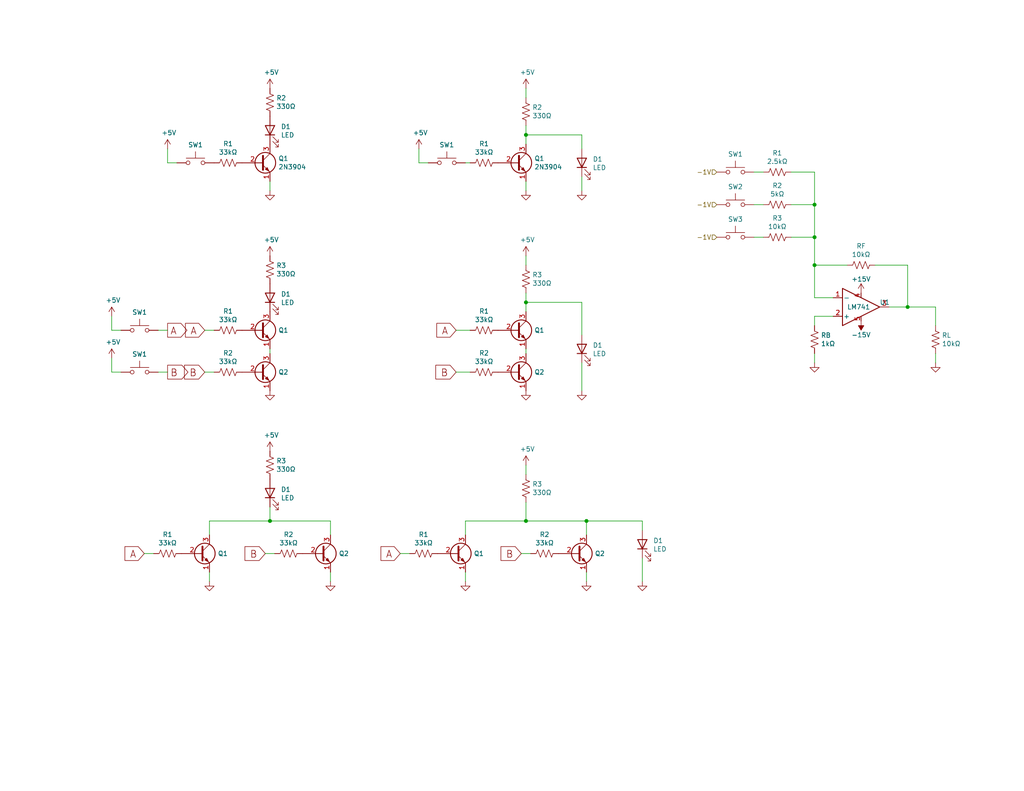
<source format=kicad_sch>
(kicad_sch (version 20211123) (generator eeschema)
  (paper "A")
  (lib_symbols
    (symbol "S2020-rescue:+15V-power" (power) (pin_names (offset 0))
      (property "Value" "+15V-power" (at 0 3.556 0))
      (symbol "+15V-power_1_1"
        (pin power_in line (at 0 0 90) (length 0) hide (name "+15V") (number "1"))
      )
    )
    (symbol "S2020-rescue:+5V-power" (power) (pin_names (offset 0))
      (property "Value" "+5V-power" (at 0 3.556 0))
      (symbol "+5V-power_1_1"
        (pin power_in line (at 0 0 90) (length 0) hide (name "+5V") (number "1"))
      )
    )
    (symbol "S2020-rescue:-15V-power" (power) (pin_names (offset 0))
      (property "Value" "-15V-power" (at 0 3.81 0))
      (symbol "-15V-power_0_0"
        (pin power_in line (at 0 0 90) (length 0) hide (name "-15V") (number "1"))
      )
    )
    (symbol "S2020-rescue:2N3904-Transistor_BJT" (pin_names (offset 0) hide)
      (property "Reference" "Q" (at 5.08 1.905 0))
      (property "Value" "2N3904-Transistor_BJT" (at 5.08 0 0))
      (symbol "2N3904-Transistor_BJT_1_1"
        (pin passive line (at 2.54 -5.08 90) (length 2.54) (name "E") (number "1"))
        (pin passive line (at -5.08 0 0) (length 5.715) (name "B") (number "2"))
        (pin passive line (at 2.54 5.08 270) (length 2.54) (name "C") (number "3"))
      )
    )
    (symbol "S2020-rescue:7400-74xx" (pin_names (offset 1.016))
      (property "Reference" "U" (at 0 1.27 0))
      (property "Value" "7400-74xx" (at 0 -1.27 0))
      (symbol "7400-74xx_1_1"
        (pin input line (at -7.62 2.54 0) (length 3.81) (name "~") (number "1"))
        (pin input line (at -7.62 -2.54 0) (length 3.81) (name "~") (number "2"))
        (pin output inverted (at 7.62 0 180) (length 3.81) (name "~") (number "3"))
      )
      (symbol "7400-74xx_1_2"
        (pin input inverted (at -7.62 2.54 0) (length 4.318) (name "~") (number "1"))
        (pin input inverted (at -7.62 -2.54 0) (length 4.318) (name "~") (number "2"))
        (pin output line (at 7.62 0 180) (length 3.81) (name "~") (number "3"))
      )
      (symbol "7400-74xx_2_1"
        (pin input line (at -7.62 2.54 0) (length 3.81) (name "~") (number "4"))
        (pin input line (at -7.62 -2.54 0) (length 3.81) (name "~") (number "5"))
        (pin output inverted (at 7.62 0 180) (length 3.81) (name "~") (number "6"))
      )
      (symbol "7400-74xx_2_2"
        (pin input inverted (at -7.62 2.54 0) (length 4.318) (name "~") (number "4"))
        (pin input inverted (at -7.62 -2.54 0) (length 4.318) (name "~") (number "5"))
        (pin output line (at 7.62 0 180) (length 3.81) (name "~") (number "6"))
      )
      (symbol "7400-74xx_3_1"
        (pin input line (at -7.62 -2.54 0) (length 3.81) (name "~") (number "10"))
        (pin output inverted (at 7.62 0 180) (length 3.81) (name "~") (number "8"))
        (pin input line (at -7.62 2.54 0) (length 3.81) (name "~") (number "9"))
      )
      (symbol "7400-74xx_3_2"
        (pin input inverted (at -7.62 -2.54 0) (length 4.318) (name "~") (number "10"))
        (pin output line (at 7.62 0 180) (length 3.81) (name "~") (number "8"))
        (pin input inverted (at -7.62 2.54 0) (length 4.318) (name "~") (number "9"))
      )
      (symbol "7400-74xx_4_1"
        (pin output inverted (at 7.62 0 180) (length 3.81) (name "~") (number "11"))
        (pin input line (at -7.62 2.54 0) (length 3.81) (name "~") (number "12"))
        (pin input line (at -7.62 -2.54 0) (length 3.81) (name "~") (number "13"))
      )
      (symbol "7400-74xx_4_2"
        (pin output line (at 7.62 0 180) (length 3.81) (name "~") (number "11"))
        (pin input inverted (at -7.62 2.54 0) (length 4.318) (name "~") (number "12"))
        (pin input inverted (at -7.62 -2.54 0) (length 4.318) (name "~") (number "13"))
      )
      (symbol "7400-74xx_5_0"
        (pin power_in line (at 0 12.7 270) (length 5.08) (name "VCC") (number "14"))
        (pin power_in line (at 0 -12.7 90) (length 5.08) (name "GND") (number "7"))
      )
    )
    (symbol "S2020-rescue:7402-74xx" (pin_names (offset 1.016))
      (property "Reference" "U" (at 0 1.27 0))
      (property "Value" "7402-74xx" (at 0 -1.27 0))
      (symbol "7402-74xx_1_1"
        (pin output inverted (at 7.62 0 180) (length 3.81) (name "~") (number "1"))
        (pin input line (at -7.62 2.54 0) (length 4.318) (name "~") (number "2"))
        (pin input line (at -7.62 -2.54 0) (length 4.318) (name "~") (number "3"))
      )
      (symbol "7402-74xx_1_2"
        (pin output line (at 7.62 0 180) (length 3.81) (name "~") (number "1"))
        (pin input inverted (at -7.62 2.54 0) (length 3.81) (name "~") (number "2"))
        (pin input inverted (at -7.62 -2.54 0) (length 3.81) (name "~") (number "3"))
      )
      (symbol "7402-74xx_2_1"
        (pin output inverted (at 7.62 0 180) (length 3.81) (name "~") (number "4"))
        (pin input line (at -7.62 2.54 0) (length 4.318) (name "~") (number "5"))
        (pin input line (at -7.62 -2.54 0) (length 4.318) (name "~") (number "6"))
      )
      (symbol "7402-74xx_2_2"
        (pin output line (at 7.62 0 180) (length 3.81) (name "~") (number "4"))
        (pin input inverted (at -7.62 2.54 0) (length 3.81) (name "~") (number "5"))
        (pin input inverted (at -7.62 -2.54 0) (length 3.81) (name "~") (number "6"))
      )
      (symbol "7402-74xx_3_1"
        (pin output inverted (at 7.62 0 180) (length 3.81) (name "~") (number "10"))
        (pin input line (at -7.62 2.54 0) (length 4.318) (name "~") (number "8"))
        (pin input line (at -7.62 -2.54 0) (length 4.318) (name "~") (number "9"))
      )
      (symbol "7402-74xx_3_2"
        (pin output line (at 7.62 0 180) (length 3.81) (name "~") (number "10"))
        (pin input inverted (at -7.62 2.54 0) (length 3.81) (name "~") (number "8"))
        (pin input inverted (at -7.62 -2.54 0) (length 3.81) (name "~") (number "9"))
      )
      (symbol "7402-74xx_4_1"
        (pin input line (at -7.62 2.54 0) (length 4.318) (name "~") (number "11"))
        (pin input line (at -7.62 -2.54 0) (length 4.318) (name "~") (number "12"))
        (pin output inverted (at 7.62 0 180) (length 3.81) (name "~") (number "13"))
      )
      (symbol "7402-74xx_4_2"
        (pin input inverted (at -7.62 2.54 0) (length 3.81) (name "~") (number "11"))
        (pin input inverted (at -7.62 -2.54 0) (length 3.81) (name "~") (number "12"))
        (pin output line (at 7.62 0 180) (length 3.81) (name "~") (number "13"))
      )
      (symbol "7402-74xx_5_0"
        (pin power_in line (at 0 12.7 270) (length 5.08) (name "VCC") (number "14"))
        (pin power_in line (at 0 -12.7 90) (length 5.08) (name "GND") (number "7"))
      )
    )
    (symbol "S2020-rescue:74LS04-74xx"
      (property "Reference" "U" (at 0 1.27 0))
      (property "Value" "74LS04-74xx" (at 0 -1.27 0))
      (symbol "74LS04-74xx_1_0"
        (pin input line (at -7.62 0 0) (length 3.81) (name "~") (number "1"))
        (pin output inverted (at 7.62 0 180) (length 3.81) (name "~") (number "2"))
      )
      (symbol "74LS04-74xx_2_0"
        (pin input line (at -7.62 0 0) (length 3.81) (name "~") (number "3"))
        (pin output inverted (at 7.62 0 180) (length 3.81) (name "~") (number "4"))
      )
      (symbol "74LS04-74xx_3_0"
        (pin input line (at -7.62 0 0) (length 3.81) (name "~") (number "5"))
        (pin output inverted (at 7.62 0 180) (length 3.81) (name "~") (number "6"))
      )
      (symbol "74LS04-74xx_4_0"
        (pin output inverted (at 7.62 0 180) (length 3.81) (name "~") (number "8"))
        (pin input line (at -7.62 0 0) (length 3.81) (name "~") (number "9"))
      )
      (symbol "74LS04-74xx_5_0"
        (pin output inverted (at 7.62 0 180) (length 3.81) (name "~") (number "10"))
        (pin input line (at -7.62 0 0) (length 3.81) (name "~") (number "11"))
      )
      (symbol "74LS04-74xx_6_0"
        (pin output inverted (at 7.62 0 180) (length 3.81) (name "~") (number "12"))
        (pin input line (at -7.62 0 0) (length 3.81) (name "~") (number "13"))
      )
      (symbol "74LS04-74xx_7_0"
        (pin power_in line (at 0 12.7 270) (length 5.08) (name "VCC") (number "14"))
        (pin power_in line (at 0 -12.7 90) (length 5.08) (name "GND") (number "7"))
      )
    )
    (symbol "S2020-rescue:74LS07-74xx" (pin_names (offset 1.016))
      (property "Reference" "U" (at 0 1.27 0))
      (property "Value" "74LS07-74xx" (at 0 -1.27 0))
      (symbol "74LS07-74xx_1_0"
        (pin input line (at -7.62 0 0) (length 3.81) (name "~") (number "1"))
        (pin open_collector line (at 7.62 0 180) (length 3.81) (name "~") (number "2"))
      )
      (symbol "74LS07-74xx_2_0"
        (pin input line (at -7.62 0 0) (length 3.81) (name "~") (number "3"))
        (pin open_collector line (at 7.62 0 180) (length 3.81) (name "~") (number "4"))
      )
      (symbol "74LS07-74xx_3_0"
        (pin input line (at -7.62 0 0) (length 3.81) (name "~") (number "5"))
        (pin open_collector line (at 7.62 0 180) (length 3.81) (name "~") (number "6"))
      )
      (symbol "74LS07-74xx_4_0"
        (pin open_collector line (at 7.62 0 180) (length 3.81) (name "~") (number "8"))
        (pin input line (at -7.62 0 0) (length 3.81) (name "~") (number "9"))
      )
      (symbol "74LS07-74xx_5_0"
        (pin open_collector line (at 7.62 0 180) (length 3.81) (name "~") (number "10"))
        (pin input line (at -7.62 0 0) (length 3.81) (name "~") (number "11"))
      )
      (symbol "74LS07-74xx_6_0"
        (pin open_collector line (at 7.62 0 180) (length 3.81) (name "~") (number "12"))
        (pin input line (at -7.62 0 0) (length 3.81) (name "~") (number "13"))
      )
      (symbol "74LS07-74xx_7_0"
        (pin power_in line (at 0 12.7 270) (length 5.08) (name "VCC") (number "14"))
        (pin power_in line (at 0 -12.7 90) (length 5.08) (name "GND") (number "7"))
      )
    )
    (symbol "S2020-rescue:74LS08-74xx" (pin_names (offset 1.016))
      (property "Reference" "U" (at 0 1.27 0))
      (property "Value" "74LS08-74xx" (at 0 -1.27 0))
      (symbol "74LS08-74xx_1_1"
        (pin input line (at -7.62 2.54 0) (length 3.81) (name "~") (number "1"))
        (pin input line (at -7.62 -2.54 0) (length 3.81) (name "~") (number "2"))
        (pin output line (at 7.62 0 180) (length 3.81) (name "~") (number "3"))
      )
      (symbol "74LS08-74xx_1_2"
        (pin input inverted (at -7.62 2.54 0) (length 4.318) (name "~") (number "1"))
        (pin input inverted (at -7.62 -2.54 0) (length 4.318) (name "~") (number "2"))
        (pin output inverted (at 7.62 0 180) (length 3.81) (name "~") (number "3"))
      )
      (symbol "74LS08-74xx_2_1"
        (pin input line (at -7.62 2.54 0) (length 3.81) (name "~") (number "4"))
        (pin input line (at -7.62 -2.54 0) (length 3.81) (name "~") (number "5"))
        (pin output line (at 7.62 0 180) (length 3.81) (name "~") (number "6"))
      )
      (symbol "74LS08-74xx_2_2"
        (pin input inverted (at -7.62 2.54 0) (length 4.318) (name "~") (number "4"))
        (pin input inverted (at -7.62 -2.54 0) (length 4.318) (name "~") (number "5"))
        (pin output inverted (at 7.62 0 180) (length 3.81) (name "~") (number "6"))
      )
      (symbol "74LS08-74xx_3_1"
        (pin input line (at -7.62 -2.54 0) (length 3.81) (name "~") (number "10"))
        (pin output line (at 7.62 0 180) (length 3.81) (name "~") (number "8"))
        (pin input line (at -7.62 2.54 0) (length 3.81) (name "~") (number "9"))
      )
      (symbol "74LS08-74xx_3_2"
        (pin input inverted (at -7.62 -2.54 0) (length 4.318) (name "~") (number "10"))
        (pin output inverted (at 7.62 0 180) (length 3.81) (name "~") (number "8"))
        (pin input inverted (at -7.62 2.54 0) (length 4.318) (name "~") (number "9"))
      )
      (symbol "74LS08-74xx_4_1"
        (pin output line (at 7.62 0 180) (length 3.81) (name "~") (number "11"))
        (pin input line (at -7.62 2.54 0) (length 3.81) (name "~") (number "12"))
        (pin input line (at -7.62 -2.54 0) (length 3.81) (name "~") (number "13"))
      )
      (symbol "74LS08-74xx_4_2"
        (pin output inverted (at 7.62 0 180) (length 3.81) (name "~") (number "11"))
        (pin input inverted (at -7.62 2.54 0) (length 4.318) (name "~") (number "12"))
        (pin input inverted (at -7.62 -2.54 0) (length 4.318) (name "~") (number "13"))
      )
      (symbol "74LS08-74xx_5_0"
        (pin power_in line (at 0 12.7 270) (length 5.08) (name "VCC") (number "14"))
        (pin power_in line (at 0 -12.7 90) (length 5.08) (name "GND") (number "7"))
      )
    )
    (symbol "S2020-rescue:74LS32-74xx" (pin_names (offset 1.016))
      (property "Reference" "U" (at 0 1.27 0))
      (property "Value" "74LS32-74xx" (at 0 -1.27 0))
      (symbol "74LS32-74xx_1_1"
        (pin input line (at -7.62 2.54 0) (length 4.318) (name "~") (number "1"))
        (pin input line (at -7.62 -2.54 0) (length 4.318) (name "~") (number "2"))
        (pin output line (at 7.62 0 180) (length 3.81) (name "~") (number "3"))
      )
      (symbol "74LS32-74xx_1_2"
        (pin input inverted (at -7.62 2.54 0) (length 3.81) (name "~") (number "1"))
        (pin input inverted (at -7.62 -2.54 0) (length 3.81) (name "~") (number "2"))
        (pin output inverted (at 7.62 0 180) (length 3.81) (name "~") (number "3"))
      )
      (symbol "74LS32-74xx_2_1"
        (pin input line (at -7.62 2.54 0) (length 4.318) (name "~") (number "4"))
        (pin input line (at -7.62 -2.54 0) (length 4.318) (name "~") (number "5"))
        (pin output line (at 7.62 0 180) (length 3.81) (name "~") (number "6"))
      )
      (symbol "74LS32-74xx_2_2"
        (pin input inverted (at -7.62 2.54 0) (length 3.81) (name "~") (number "4"))
        (pin input inverted (at -7.62 -2.54 0) (length 3.81) (name "~") (number "5"))
        (pin output inverted (at 7.62 0 180) (length 3.81) (name "~") (number "6"))
      )
      (symbol "74LS32-74xx_3_1"
        (pin input line (at -7.62 -2.54 0) (length 4.318) (name "~") (number "10"))
        (pin output line (at 7.62 0 180) (length 3.81) (name "~") (number "8"))
        (pin input line (at -7.62 2.54 0) (length 4.318) (name "~") (number "9"))
      )
      (symbol "74LS32-74xx_3_2"
        (pin input inverted (at -7.62 -2.54 0) (length 3.81) (name "~") (number "10"))
        (pin output inverted (at 7.62 0 180) (length 3.81) (name "~") (number "8"))
        (pin input inverted (at -7.62 2.54 0) (length 3.81) (name "~") (number "9"))
      )
      (symbol "74LS32-74xx_4_1"
        (pin output line (at 7.62 0 180) (length 3.81) (name "~") (number "11"))
        (pin input line (at -7.62 2.54 0) (length 4.318) (name "~") (number "12"))
        (pin input line (at -7.62 -2.54 0) (length 4.318) (name "~") (number "13"))
      )
      (symbol "74LS32-74xx_4_2"
        (pin output inverted (at 7.62 0 180) (length 3.81) (name "~") (number "11"))
        (pin input inverted (at -7.62 2.54 0) (length 3.81) (name "~") (number "12"))
        (pin input inverted (at -7.62 -2.54 0) (length 3.81) (name "~") (number "13"))
      )
      (symbol "74LS32-74xx_5_0"
        (pin power_in line (at 0 12.7 270) (length 5.08) (name "VCC") (number "14"))
        (pin power_in line (at 0 -12.7 90) (length 5.08) (name "GND") (number "7"))
      )
    )
    (symbol "S2020-rescue:GND-power" (power) (pin_names (offset 0))
      (property "Value" "GND-power" (at 0 -3.81 0))
      (symbol "GND-power_1_1"
        (pin power_in line (at 0 0 270) (length 0) hide (name "GND") (number "1"))
      )
    )
    (symbol "S2020-rescue:LED-Device" (pin_numbers hide) (pin_names (offset 1.016) hide)
      (property "Reference" "D" (at 0 2.54 0))
      (property "Value" "LED-Device" (at 0 -2.54 0))
      (symbol "LED-Device_1_1"
        (pin passive line (at -3.81 0 0) (length 2.54) (name "K") (number "1"))
        (pin passive line (at 3.81 0 180) (length 2.54) (name "A") (number "2"))
      )
    )
    (symbol "S2020-rescue:OPAMPTJR-00TJR" (pin_names (offset 0.254))
      (property "Reference" "U" (at 3.81 3.175 0))
      (property "Value" "OPAMPTJR-00TJR" (at 3.81 -3.175 0))
      (symbol "OPAMPTJR-00TJR_1_1"
        (pin input line (at -7.62 2.54 0) (length 2.54) (name "-") (number "1"))
        (pin input line (at -7.62 -2.54 0) (length 2.54) (name "+") (number "2"))
        (pin output line (at 7.62 0 180) (length 2.54) (name "~") (number "3"))
        (pin power_in line (at 0 3.81 270) (length 1.2446) (name "V+") (number "4"))
        (pin power_in line (at 0 -3.81 90) (length 1.2446) (name "V-") (number "5"))
      )
    )
    (symbol "S2020-rescue:R_POT_US-Device" (pin_names (offset 1.016) hide)
      (property "Reference" "RV" (at -4.445 0 90))
      (property "Value" "R_POT_US-Device" (at -2.54 0 90))
      (symbol "R_POT_US-Device_1_1"
        (pin passive line (at 0 3.81 270) (length 1.27) (name "1") (number "1"))
        (pin passive line (at 3.81 0 180) (length 1.27) (name "2") (number "2"))
        (pin passive line (at 0 -3.81 90) (length 1.27) (name "3") (number "3"))
      )
    )
    (symbol "S2020-rescue:R_US-Device" (pin_numbers hide) (pin_names (offset 0))
      (property "Reference" "R" (at 2.54 0 90))
      (property "Value" "R_US-Device" (at -2.54 0 90))
      (symbol "R_US-Device_1_1"
        (pin passive line (at 0 3.81 270) (length 1.27) (name "~") (number "1"))
        (pin passive line (at 0 -3.81 90) (length 1.27) (name "~") (number "2"))
      )
    )
    (symbol "S2020-rescue:SW_Push-Switch" (pin_numbers hide) (pin_names (offset 1.016) hide)
      (property "Reference" "SW" (at 1.27 2.54 0))
      (property "Value" "SW_Push-Switch" (at 0 -1.524 0))
      (symbol "SW_Push-Switch_0_1"
        (pin passive line (at -5.08 0 0) (length 2.54) (name "1") (number "1"))
        (pin passive line (at 5.08 0 180) (length 2.54) (name "2") (number "2"))
      )
    )
  )
  (junction (at 346.71 173.99))
  (junction (at 222.25 55.88))
  (junction (at 222.25 72.39))
  (junction (at 143.51 142.24))
  (junction (at 160.02 142.24))
  (junction (at 143.51 36.83))
  (junction (at 318.77 87.63))
  (junction (at 247.65 83.82))
  (junction (at 222.25 64.77))
  (junction (at 307.34 92.71))
  (junction (at 368.3 71.12))
  (junction (at 143.51 82.55))
  (junction (at 308.61 161.29))
  (junction (at 351.79 87.63))
  (junction (at 73.66 142.24))
  (wire (pts (xy 127 142.24) (xy 143.51 142.24)))
  (wire (pts (xy 215.9 46.99) (xy 222.25 46.99)))
  (wire (pts (xy 73.66 95.25) (xy 73.66 96.52)))
  (wire (pts (xy 318.77 97.79) (xy 318.77 115.57)))
  (wire (pts (xy 143.51 127) (xy 143.51 129.54)))
  (wire (pts (xy 222.25 64.77) (xy 222.25 72.39)))
  (wire (pts (xy 215.9 55.88) (xy 222.25 55.88)))
  (wire (pts (xy 30.48 90.17) (xy 33.02 90.17)))
  (wire (pts (xy 308.61 151.13) (xy 308.61 152.4)))
  (wire (pts (xy -29.21 111.76) (xy -26.67 111.76)))
  (wire (pts (xy 158.75 48.26) (xy 158.75 52.07)))
  (wire (pts (xy 143.51 49.53) (xy 143.51 52.07)))
  (wire (pts (xy 222.25 72.39) (xy 222.25 81.28)))
  (wire (pts (xy 128.27 44.45) (xy 127 44.45)))
  (wire (pts (xy 57.15 156.21) (xy 57.15 158.75)))
  (wire (pts (xy 143.51 137.16) (xy 143.51 142.24)))
  (wire (pts (xy 45.72 44.45) (xy 48.26 44.45)))
  (wire (pts (xy 346.71 173.99) (xy 355.6 173.99)))
  (wire (pts (xy 90.17 156.21) (xy 90.17 158.75)))
  (wire (pts (xy 73.66 142.24) (xy 90.17 142.24)))
  (wire (pts (xy -29.21 123.19) (xy -26.67 123.19)))
  (wire (pts (xy 158.75 82.55) (xy 158.75 91.44)))
  (wire (pts (xy 247.65 72.39) (xy 238.76 72.39)))
  (wire (pts (xy 39.37 151.13) (xy 41.91 151.13)))
  (wire (pts (xy 312.42 187.96) (xy 316.23 187.96)))
  (wire (pts (xy 242.57 83.82) (xy 247.65 83.82)))
  (wire (pts (xy 73.66 49.53) (xy 73.66 52.07)))
  (wire (pts (xy 144.78 151.13) (xy 142.24 151.13)))
  (wire (pts (xy 160.02 142.24) (xy 175.26 142.24)))
  (wire (pts (xy 384.81 87.63) (xy 351.79 87.63)))
  (wire (pts (xy 30.48 101.6) (xy 33.02 101.6)))
  (wire (pts (xy 255.27 83.82) (xy 247.65 83.82)))
  (wire (pts (xy -45.72 95.25) (xy -48.26 95.25)))
  (wire (pts (xy 160.02 142.24) (xy 160.02 146.05)))
  (wire (pts (xy 143.51 69.85) (xy 143.51 72.39)))
  (wire (pts (xy -30.48 95.25) (xy -27.94 95.25)))
  (wire (pts (xy 57.15 142.24) (xy 57.15 146.05)))
  (wire (pts (xy 222.25 55.88) (xy 222.25 64.77)))
  (wire (pts (xy -44.45 153.67) (xy -48.26 153.67)))
  (wire (pts (xy -48.26 120.65) (xy -44.45 120.65)))
  (wire (pts (xy 369.57 80.01) (xy 367.03 80.01)))
  (wire (pts (xy 175.26 152.4) (xy 175.26 158.75)))
  (wire (pts (xy -44.45 138.43) (xy -48.26 138.43)))
  (wire (pts (xy 316.23 176.53) (xy 318.77 176.53)))
  (wire (pts (xy 308.61 191.77) (xy 308.61 193.04)))
  (wire (pts (xy 143.51 142.24) (xy 160.02 142.24)))
  (wire (pts (xy 334.01 173.99) (xy 335.28 173.99)))
  (wire (pts (xy 215.9 64.77) (xy 222.25 64.77)))
  (wire (pts (xy 355.6 185.42) (xy 355.6 187.96)))
  (wire (pts (xy 351.79 71.12) (xy 351.79 74.93)))
  (wire (pts (xy 307.34 104.14) (xy 307.34 105.41)))
  (wire (pts (xy 143.51 82.55) (xy 143.51 85.09)))
  (wire (pts (xy 368.3 67.31) (xy 368.3 71.12)))
  (wire (pts (xy 351.79 85.09) (xy 351.79 87.63)))
  (wire (pts (xy 318.77 87.63) (xy 351.79 87.63)))
  (wire (pts (xy -48.26 125.73) (xy -44.45 125.73)))
  (wire (pts (xy 307.34 92.71) (xy 311.15 92.71)))
  (wire (pts (xy 288.29 110.49) (xy 292.1 110.49)))
  (wire (pts (xy -48.26 114.3) (xy -44.45 114.3)))
  (wire (pts (xy 334.01 80.01) (xy 336.55 80.01)))
  (wire (pts (xy 30.48 86.36) (xy 30.48 90.17)))
  (wire (pts (xy 57.15 142.24) (xy 73.66 142.24)))
  (wire (pts (xy 351.79 71.12) (xy 368.3 71.12)))
  (wire (pts (xy -45.72 82.55) (xy -48.26 82.55)))
  (wire (pts (xy 307.34 92.71) (xy 307.34 93.98)))
  (wire (pts (xy 109.22 151.13) (xy 111.76 151.13)))
  (wire (pts (xy 90.17 142.24) (xy 90.17 146.05)))
  (wire (pts (xy 355.6 173.99) (xy 355.6 177.8)))
  (wire (pts (xy 222.25 96.52) (xy 222.25 99.06)))
  (wire (pts (xy 30.48 97.79) (xy 30.48 101.6)))
  (wire (pts (xy 127 156.21) (xy 127 158.75)))
  (wire (pts (xy 45.72 40.64) (xy 45.72 44.45)))
  (wire (pts (xy -29.21 135.89) (xy -26.67 135.89)))
  (wire (pts (xy 222.25 46.99) (xy 222.25 55.88)))
  (wire (pts (xy 143.51 24.13) (xy 143.51 26.67)))
  (wire (pts (xy 227.33 86.36) (xy 222.25 86.36)))
  (wire (pts (xy 384.81 71.12) (xy 384.81 74.93)))
  (wire (pts (xy 255.27 96.52) (xy 255.27 99.06)))
  (wire (pts (xy 318.77 86.36) (xy 318.77 87.63)))
  (wire (pts (xy 205.74 46.99) (xy 208.28 46.99)))
  (wire (pts (xy 158.75 36.83) (xy 158.75 40.64)))
  (wire (pts (xy 288.29 99.06) (xy 292.1 99.06)))
  (wire (pts (xy 43.18 101.6) (xy 45.72 101.6)))
  (wire (pts (xy 143.51 36.83) (xy 158.75 36.83)))
  (wire (pts (xy -30.48 82.55) (xy -27.94 82.55)))
  (wire (pts (xy 124.46 101.6) (xy 128.27 101.6)))
  (wire (pts (xy 55.88 101.6) (xy 58.42 101.6)))
  (wire (pts (xy 255.27 83.82) (xy 255.27 88.9)))
  (wire (pts (xy 143.51 80.01) (xy 143.51 82.55)))
  (wire (pts (xy 143.51 34.29) (xy 143.51 36.83)))
  (wire (pts (xy 316.23 161.29) (xy 316.23 171.45)))
  (wire (pts (xy 346.71 177.8) (xy 346.71 173.99)))
  (wire (pts (xy -29.21 151.13) (xy -26.67 151.13)))
  (wire (pts (xy 316.23 187.96) (xy 316.23 176.53)))
  (wire (pts (xy 247.65 83.82) (xy 247.65 72.39)))
  (wire (pts (xy 308.61 160.02) (xy 308.61 161.29)))
  (wire (pts (xy -48.26 133.35) (xy -44.45 133.35)))
  (wire (pts (xy 316.23 171.45) (xy 318.77 171.45)))
  (wire (pts (xy 175.26 142.24) (xy 175.26 144.78)))
  (wire (pts (xy 74.93 151.13) (xy 72.39 151.13)))
  (wire (pts (xy 342.9 173.99) (xy 346.71 173.99)))
  (wire (pts (xy 346.71 185.42) (xy 346.71 187.96)))
  (wire (pts (xy 307.34 86.36) (xy 307.34 92.71)))
  (wire (pts (xy 231.14 72.39) (xy 222.25 72.39)))
  (wire (pts (xy 205.74 55.88) (xy 208.28 55.88)))
  (wire (pts (xy -48.26 148.59) (xy -44.45 148.59)))
  (wire (pts (xy 143.51 36.83) (xy 143.51 39.37)))
  (wire (pts (xy 308.61 182.88) (xy 308.61 184.15)))
  (wire (pts (xy 127 142.24) (xy 127 146.05)))
  (wire (pts (xy 55.88 90.17) (xy 58.42 90.17)))
  (wire (pts (xy 114.3 40.64) (xy 114.3 44.45)))
  (wire (pts (xy 73.66 138.43) (xy 73.66 142.24)))
  (wire (pts (xy 227.33 81.28) (xy 222.25 81.28)))
  (wire (pts (xy 222.25 86.36) (xy 222.25 88.9)))
  (wire (pts (xy 368.3 71.12) (xy 384.81 71.12)))
  (wire (pts (xy 43.18 90.17) (xy 45.72 90.17)))
  (wire (pts (xy 208.28 64.77) (xy 205.74 64.77)))
  (wire (pts (xy 143.51 95.25) (xy 143.51 96.52)))
  (wire (pts (xy 308.61 170.18) (xy 308.61 171.45)))
  (wire (pts (xy 143.51 82.55) (xy 158.75 82.55)))
  (wire (pts (xy 308.61 161.29) (xy 316.23 161.29)))
  (wire (pts (xy -48.26 109.22) (xy -44.45 109.22)))
  (wire (pts (xy 158.75 99.06) (xy 158.75 106.68)))
  (wire (pts (xy 160.02 156.21) (xy 160.02 158.75)))
  (wire (pts (xy 308.61 161.29) (xy 308.61 162.56)))
  (wire (pts (xy 114.3 44.45) (xy 116.84 44.45)))
  (wire (pts (xy 124.46 90.17) (xy 128.27 90.17)))
  (wire (pts (xy 384.81 85.09) (xy 384.81 87.63)))
  (text "Set" (at 316.9158 171.2722 0) (effects (font (size 1.27 1.27)) (justify left bottom)))
  (text "Sense" (at 315.3664 176.3776 0) (effects (font (size 1.27 1.27)) (justify left bottom)))
  (global_label "A" (shape input) (at -48.26 148.59 180) (effects (font (size 1.905 1.905))) (property "Intersheet References" "${INTERSHEET_REFS}" (effects hide)))
  (global_label "B" (shape input) (at 142.24 151.13 180) (effects (font (size 1.905 1.905))) (property "Intersheet References" "${INTERSHEET_REFS}" (effects hide)))
  (global_label "B" (shape input) (at 288.29 110.49 180) (effects (font (size 1.905 1.905))) (property "Intersheet References" "${INTERSHEET_REFS}" (effects hide)))
  (global_label "A" (shape input) (at -48.26 109.22 180) (effects (font (size 1.905 1.905))) (property "Intersheet References" "${INTERSHEET_REFS}" (effects hide)))
  (global_label "Y" (shape output) (at -27.94 95.25 0) (effects (font (size 1.905 1.905))) (property "Intersheet References" "${INTERSHEET_REFS}" (effects hide)))
  (global_label "B" (shape input) (at 72.39 151.13 180) (effects (font (size 1.905 1.905))) (property "Intersheet References" "${INTERSHEET_REFS}" (effects hide)))
  (global_label "A" (shape input) (at 334.01 80.01 180) (effects (font (size 1.905 1.905))) (property "Intersheet References" "${INTERSHEET_REFS}" (effects hide)))
  (global_label "B" (shape output) (at 45.72 101.6 0) (effects (font (size 1.905 1.905))) (property "Intersheet References" "${INTERSHEET_REFS}" (effects hide)))
  (global_label "A" (shape input) (at -48.26 120.65 180) (effects (font (size 1.905 1.905))) (property "Intersheet References" "${INTERSHEET_REFS}" (effects hide)))
  (global_label "Y" (shape output) (at -26.67 135.89 0) (effects (font (size 1.905 1.905))) (property "Intersheet References" "${INTERSHEET_REFS}" (effects hide)))
  (global_label "A" (shape input) (at 39.37 151.13 180) (effects (font (size 1.905 1.905))) (property "Intersheet References" "${INTERSHEET_REFS}" (effects hide)))
  (global_label "B" (shape input) (at 55.88 101.6 180) (effects (font (size 1.905 1.905))) (property "Intersheet References" "${INTERSHEET_REFS}" (effects hide)))
  (global_label "A" (shape input) (at -48.26 95.25 180) (effects (font (size 1.905 1.905))) (property "Intersheet References" "${INTERSHEET_REFS}" (effects hide)))
  (global_label "Y" (shape output) (at -26.67 123.19 0) (effects (font (size 1.905 1.905))) (property "Intersheet References" "${INTERSHEET_REFS}" (effects hide)))
  (global_label "B" (shape input) (at 367.03 80.01 180) (effects (font (size 1.905 1.905))) (property "Intersheet References" "${INTERSHEET_REFS}" (effects hide)))
  (global_label "A" (shape input) (at 124.46 90.17 180) (effects (font (size 1.905 1.905))) (property "Intersheet References" "${INTERSHEET_REFS}" (effects hide)))
  (global_label "Y" (shape output) (at -27.94 82.55 0) (effects (font (size 1.905 1.905))) (property "Intersheet References" "${INTERSHEET_REFS}" (effects hide)))
  (global_label "B" (shape input) (at 124.46 101.6 180) (effects (font (size 1.905 1.905))) (property "Intersheet References" "${INTERSHEET_REFS}" (effects hide)))
  (global_label "A" (shape input) (at 55.88 90.17 180) (effects (font (size 1.905 1.905))) (property "Intersheet References" "${INTERSHEET_REFS}" (effects hide)))
  (global_label "A" (shape input) (at -48.26 82.55 180) (effects (font (size 1.905 1.905))) (property "Intersheet References" "${INTERSHEET_REFS}" (effects hide)))
  (global_label "Y" (shape output) (at -26.67 151.13 0) (effects (font (size 1.905 1.905))) (property "Intersheet References" "${INTERSHEET_REFS}" (effects hide)))
  (global_label "B" (shape input) (at -48.26 125.73 180) (effects (font (size 1.905 1.905))) (property "Intersheet References" "${INTERSHEET_REFS}" (effects hide)))
  (global_label "B" (shape input) (at -48.26 138.43 180) (effects (font (size 1.905 1.905))) (property "Intersheet References" "${INTERSHEET_REFS}" (effects hide)))
  (global_label "A" (shape input) (at 109.22 151.13 180) (effects (font (size 1.905 1.905))) (property "Intersheet References" "${INTERSHEET_REFS}" (effects hide)))
  (global_label "B" (shape input) (at -48.26 153.67 180) (effects (font (size 1.905 1.905))) (property "Intersheet References" "${INTERSHEET_REFS}" (effects hide)))
  (global_label "A" (shape output) (at 45.72 90.17 0) (effects (font (size 1.905 1.905))) (property "Intersheet References" "${INTERSHEET_REFS}" (effects hide)))
  (global_label "B" (shape input) (at -48.26 114.3 180) (effects (font (size 1.905 1.905))) (property "Intersheet References" "${INTERSHEET_REFS}" (effects hide)))
  (global_label "Y" (shape output) (at -26.67 111.76 0) (effects (font (size 1.905 1.905))) (property "Intersheet References" "${INTERSHEET_REFS}" (effects hide)))
  (global_label "A" (shape input) (at 288.29 99.06 180) (effects (font (size 1.905 1.905))) (property "Intersheet References" "${INTERSHEET_REFS}" (effects hide)))
  (global_label "A" (shape input) (at -48.26 133.35 180) (effects (font (size 1.905 1.905))) (property "Intersheet References" "${INTERSHEET_REFS}" (effects hide)))
  (hierarchical_label "-1V" (shape input) (at 195.58 46.99 180))
  (hierarchical_label "-1V" (shape input) (at 195.58 64.77 180))
  (hierarchical_label "-1V" (shape input) (at 195.58 55.88 180))
  (symbol (lib_id "S2020-rescue:2N3904-Transistor_BJT") (at 71.12 44.45 0) (unit 1)
    (property "Reference" "Q1" (at 75.946 43.2816 0) (effects (justify left)))
    (property "Value" "2N3904" (at 75.946 45.593 0) (effects (justify left)))
    (property "Footprint" "Package_TO_SOT_THT:TO-92_Inline" (effects hide))
  )
  (symbol (lib_id "S2020-rescue:R_US-Device") (at 73.66 27.94 0) (unit 1)
    (property "Reference" "R2" (at 75.3872 26.7716 0) (effects (justify left)))
    (property "Value" "330Ω" (at 75.3872 29.083 0) (effects (justify left)))
  )
  (symbol (lib_id "S2020-rescue:LED-Device") (at 73.66 35.56 90) (unit 1)
    (property "Reference" "D1" (at 76.6318 34.5694 90) (effects (justify right)))
    (property "Value" "LED" (at 76.6318 36.8808 90) (effects (justify right)))
  )
  (symbol (lib_id "S2020-rescue:+5V-power") (at 73.66 24.13 0) (unit 1)
    (property "Reference" "#PWR?" (effects hide))
    (property "Value" "+5V" (at 74.041 19.7358 0))
  )
  (symbol (lib_id "S2020-rescue:GND-power") (at 73.66 52.07 0) (unit 1)
    (property "Reference" "#PWR?" (effects hide))
    (property "Value" "GND" (effects hide))
  )
  (symbol (lib_id "S2020-rescue:R_US-Device") (at 62.23 44.45 270) (unit 1)
    (property "Reference" "R1" (at 62.23 39.243 90))
    (property "Value" "33kΩ" (at 62.23 41.5544 90))
  )
  (symbol (lib_id "S2020-rescue:2N3904-Transistor_BJT") (at 140.97 44.45 0) (unit 1)
    (property "Reference" "Q1" (at 145.796 43.2816 0) (effects (justify left)))
    (property "Value" "2N3904" (at 145.796 45.593 0) (effects (justify left)))
    (property "Footprint" "Package_TO_SOT_THT:TO-92_Inline" (effects hide))
  )
  (symbol (lib_id "S2020-rescue:LED-Device") (at 158.75 44.45 90) (unit 1)
    (property "Reference" "D1" (at 161.7218 43.4594 90) (effects (justify right)))
    (property "Value" "LED" (at 161.7218 45.7708 90) (effects (justify right)))
  )
  (symbol (lib_id "S2020-rescue:+5V-power") (at 143.51 24.13 0) (unit 1)
    (property "Reference" "#PWR?" (effects hide))
    (property "Value" "+5V" (at 143.891 19.7358 0))
  )
  (symbol (lib_id "S2020-rescue:GND-power") (at 143.51 52.07 0) (unit 1)
    (property "Reference" "#PWR?" (effects hide))
    (property "Value" "GND" (effects hide))
  )
  (symbol (lib_id "S2020-rescue:R_US-Device") (at 132.08 44.45 270) (unit 1)
    (property "Reference" "R1" (at 132.08 39.243 90))
    (property "Value" "33kΩ" (at 132.08 41.5544 90))
  )
  (symbol (lib_id "S2020-rescue:R_US-Device") (at 143.51 30.48 0) (unit 1)
    (property "Reference" "R2" (at 145.2372 29.3116 0) (effects (justify left)))
    (property "Value" "330Ω" (at 145.2372 31.623 0) (effects (justify left)))
  )
  (symbol (lib_id "S2020-rescue:GND-power") (at 158.75 52.07 0) (unit 1)
    (property "Reference" "#PWR?" (effects hide))
    (property "Value" "GND" (effects hide))
  )
  (symbol (lib_id "S2020-rescue:2N3904-Transistor_BJT") (at 71.12 90.17 0) (unit 1)
    (property "Reference" "Q1" (at 75.946 90.17 0) (effects (justify left)))
    (property "Value" "2N3904" (effects hide))
    (property "Footprint" "Package_TO_SOT_THT:TO-92_Inline" (effects hide))
  )
  (symbol (lib_id "S2020-rescue:LED-Device") (at 73.66 81.28 90) (unit 1)
    (property "Reference" "D1" (at 76.6318 80.2894 90) (effects (justify right)))
    (property "Value" "LED" (at 76.6318 82.6008 90) (effects (justify right)))
  )
  (symbol (lib_id "S2020-rescue:+5V-power") (at 73.66 69.85 0) (unit 1)
    (property "Reference" "#PWR?" (effects hide))
    (property "Value" "+5V" (at 74.041 65.4558 0))
  )
  (symbol (lib_id "S2020-rescue:GND-power") (at 73.66 106.68 0) (unit 1)
    (property "Reference" "#PWR?" (effects hide))
    (property "Value" "GND" (effects hide))
  )
  (symbol (lib_id "S2020-rescue:R_US-Device") (at 62.23 90.17 270) (unit 1)
    (property "Reference" "R1" (at 62.23 84.963 90))
    (property "Value" "33kΩ" (at 62.23 87.2744 90))
  )
  (symbol (lib_id "S2020-rescue:R_US-Device") (at 73.66 73.66 0) (unit 1)
    (property "Reference" "R3" (at 75.3872 72.4916 0) (effects (justify left)))
    (property "Value" "330Ω" (at 75.3872 74.803 0) (effects (justify left)))
  )
  (symbol (lib_id "S2020-rescue:2N3904-Transistor_BJT") (at 71.12 101.6 0) (unit 1)
    (property "Reference" "Q2" (at 75.946 101.6 0) (effects (justify left)))
    (property "Value" "2N3904" (effects hide))
    (property "Footprint" "Package_TO_SOT_THT:TO-92_Inline" (effects hide))
  )
  (symbol (lib_id "S2020-rescue:R_US-Device") (at 62.23 101.6 270) (unit 1)
    (property "Reference" "R2" (at 62.23 96.393 90))
    (property "Value" "33kΩ" (at 62.23 98.7044 90))
  )
  (symbol (lib_id "S2020-rescue:2N3904-Transistor_BJT") (at 140.97 90.17 0) (unit 1)
    (property "Reference" "Q1" (at 145.796 90.17 0) (effects (justify left)))
    (property "Value" "2N3904" (effects hide))
    (property "Footprint" "Package_TO_SOT_THT:TO-92_Inline" (effects hide))
  )
  (symbol (lib_id "S2020-rescue:GND-power") (at 143.51 106.68 0) (unit 1)
    (property "Reference" "#PWR?" (effects hide))
    (property "Value" "GND" (effects hide))
  )
  (symbol (lib_id "S2020-rescue:R_US-Device") (at 132.08 90.17 270) (unit 1)
    (property "Reference" "R1" (at 132.08 84.963 90))
    (property "Value" "33kΩ" (at 132.08 87.2744 90))
  )
  (symbol (lib_id "S2020-rescue:2N3904-Transistor_BJT") (at 140.97 101.6 0) (unit 1)
    (property "Reference" "Q2" (at 145.796 101.6 0) (effects (justify left)))
    (property "Value" "2N3904" (effects hide))
    (property "Footprint" "Package_TO_SOT_THT:TO-92_Inline" (effects hide))
  )
  (symbol (lib_id "S2020-rescue:R_US-Device") (at 132.08 101.6 270) (unit 1)
    (property "Reference" "R2" (at 132.08 96.393 90))
    (property "Value" "33kΩ" (at 132.08 98.7044 90))
  )
  (symbol (lib_id "S2020-rescue:SW_Push-Switch") (at 38.1 90.17 0) (unit 1)
    (property "Reference" "SW1" (at 38.1 85.2678 0))
    (property "Value" "SW_Push" (effects hide))
  )
  (symbol (lib_id "S2020-rescue:+5V-power") (at 30.48 86.36 0) (unit 1)
    (property "Reference" "#PWR?" (effects hide))
    (property "Value" "+5V" (at 30.861 81.9658 0))
  )
  (symbol (lib_id "S2020-rescue:+5V-power") (at 143.51 69.85 0) (unit 1)
    (property "Reference" "#PWR?" (effects hide))
    (property "Value" "+5V" (at 143.891 65.4558 0))
  )
  (symbol (lib_id "S2020-rescue:R_US-Device") (at 143.51 76.2 0) (unit 1)
    (property "Reference" "R3" (at 145.2372 75.0316 0) (effects (justify left)))
    (property "Value" "330Ω" (at 145.2372 77.343 0) (effects (justify left)))
  )
  (symbol (lib_id "S2020-rescue:LED-Device") (at 158.75 95.25 90) (unit 1)
    (property "Reference" "D1" (at 161.7218 94.2594 90) (effects (justify right)))
    (property "Value" "LED" (at 161.7218 96.5708 90) (effects (justify right)))
  )
  (symbol (lib_id "S2020-rescue:GND-power") (at 158.75 106.68 0) (unit 1)
    (property "Reference" "#PWR?" (effects hide))
    (property "Value" "GND" (effects hide))
  )
  (symbol (lib_id "S2020-rescue:2N3904-Transistor_BJT") (at 54.61 151.13 0) (unit 1)
    (property "Reference" "Q1" (at 59.436 151.13 0) (effects (justify left)))
    (property "Value" "2N3904" (effects hide))
    (property "Footprint" "Package_TO_SOT_THT:TO-92_Inline" (effects hide))
  )
  (symbol (lib_id "S2020-rescue:LED-Device") (at 73.66 134.62 90) (unit 1)
    (property "Reference" "D1" (at 76.6318 133.6294 90) (effects (justify right)))
    (property "Value" "LED" (at 76.6318 135.9408 90) (effects (justify right)))
  )
  (symbol (lib_id "S2020-rescue:+5V-power") (at 73.66 123.19 0) (unit 1)
    (property "Reference" "#PWR?" (effects hide))
    (property "Value" "+5V" (at 74.041 118.7958 0))
  )
  (symbol (lib_id "S2020-rescue:GND-power") (at 57.15 158.75 0) (unit 1)
    (property "Reference" "#PWR?" (effects hide))
    (property "Value" "GND" (effects hide))
  )
  (symbol (lib_id "S2020-rescue:R_US-Device") (at 45.72 151.13 270) (unit 1)
    (property "Reference" "R1" (at 45.72 145.923 90))
    (property "Value" "33kΩ" (at 45.72 148.2344 90))
  )
  (symbol (lib_id "S2020-rescue:R_US-Device") (at 73.66 127 0) (unit 1)
    (property "Reference" "R3" (at 75.3872 125.8316 0) (effects (justify left)))
    (property "Value" "330Ω" (at 75.3872 128.143 0) (effects (justify left)))
  )
  (symbol (lib_id "S2020-rescue:2N3904-Transistor_BJT") (at 87.63 151.13 0) (unit 1)
    (property "Reference" "Q2" (at 92.456 151.13 0) (effects (justify left)))
    (property "Value" "2N3904" (effects hide))
    (property "Footprint" "Package_TO_SOT_THT:TO-92_Inline" (effects hide))
  )
  (symbol (lib_id "S2020-rescue:GND-power") (at 90.17 158.75 0) (unit 1)
    (property "Reference" "#PWR?" (effects hide))
    (property "Value" "GND" (effects hide))
  )
  (symbol (lib_id "S2020-rescue:R_US-Device") (at 78.74 151.13 270) (unit 1)
    (property "Reference" "R2" (at 78.74 145.923 90))
    (property "Value" "33kΩ" (at 78.74 148.2344 90))
  )
  (symbol (lib_id "S2020-rescue:+5V-power") (at 30.48 97.79 0) (unit 1)
    (property "Reference" "#PWR?" (effects hide))
    (property "Value" "+5V" (at 30.861 93.3958 0))
  )
  (symbol (lib_id "S2020-rescue:SW_Push-Switch") (at 38.1 101.6 0) (unit 1)
    (property "Reference" "SW1" (at 38.1 96.6978 0))
    (property "Value" "SW_Push" (effects hide))
  )
  (symbol (lib_id "S2020-rescue:+5V-power") (at 45.72 40.64 0) (unit 1)
    (property "Reference" "#PWR?" (effects hide))
    (property "Value" "+5V" (at 46.101 36.2458 0))
  )
  (symbol (lib_id "S2020-rescue:SW_Push-Switch") (at 53.34 44.45 0) (unit 1)
    (property "Reference" "SW1" (at 53.34 39.5478 0))
    (property "Value" "SW_Push" (effects hide))
  )
  (symbol (lib_id "S2020-rescue:+5V-power") (at 114.3 40.64 0) (unit 1)
    (property "Reference" "#PWR?" (effects hide))
    (property "Value" "+5V" (at 114.681 36.2458 0))
  )
  (symbol (lib_id "S2020-rescue:SW_Push-Switch") (at 121.92 44.45 0) (unit 1)
    (property "Reference" "SW1" (at 121.92 39.5478 0))
    (property "Value" "SW_Push" (effects hide))
  )
  (symbol (lib_id "S2020-rescue:2N3904-Transistor_BJT") (at 124.46 151.13 0) (unit 1)
    (property "Reference" "Q1" (at 129.286 151.13 0) (effects (justify left)))
    (property "Value" "2N3904" (effects hide))
    (property "Footprint" "Package_TO_SOT_THT:TO-92_Inline" (effects hide))
  )
  (symbol (lib_id "S2020-rescue:GND-power") (at 127 158.75 0) (unit 1)
    (property "Reference" "#PWR?" (effects hide))
    (property "Value" "GND" (effects hide))
  )
  (symbol (lib_id "S2020-rescue:R_US-Device") (at 115.57 151.13 270) (unit 1)
    (property "Reference" "R1" (at 115.57 145.923 90))
    (property "Value" "33kΩ" (at 115.57 148.2344 90))
  )
  (symbol (lib_id "S2020-rescue:GND-power") (at 160.02 158.75 0) (unit 1)
    (property "Reference" "#PWR?" (effects hide))
    (property "Value" "GND" (effects hide))
  )
  (symbol (lib_id "S2020-rescue:R_US-Device") (at 148.59 151.13 270) (unit 1)
    (property "Reference" "R2" (at 148.59 145.923 90))
    (property "Value" "33kΩ" (at 148.59 148.2344 90))
  )
  (symbol (lib_id "S2020-rescue:2N3904-Transistor_BJT") (at 157.48 151.13 0) (unit 1)
    (property "Reference" "Q2" (at 162.306 151.13 0) (effects (justify left)))
    (property "Value" "2N3904" (effects hide))
    (property "Footprint" "Package_TO_SOT_THT:TO-92_Inline" (effects hide))
  )
  (symbol (lib_id "S2020-rescue:+5V-power") (at 143.51 127 0) (unit 1)
    (property "Reference" "#PWR?" (effects hide))
    (property "Value" "+5V" (at 143.891 122.6058 0))
  )
  (symbol (lib_id "S2020-rescue:R_US-Device") (at 143.51 133.35 0) (unit 1)
    (property "Reference" "R3" (at 145.2372 132.1816 0) (effects (justify left)))
    (property "Value" "330Ω" (at 145.2372 134.493 0) (effects (justify left)))
  )
  (symbol (lib_id "S2020-rescue:LED-Device") (at 175.26 148.59 90) (unit 1)
    (property "Reference" "D1" (at 178.2318 147.5994 90) (effects (justify right)))
    (property "Value" "LED" (at 178.2318 149.9108 90) (effects (justify right)))
  )
  (symbol (lib_id "S2020-rescue:GND-power") (at 175.26 158.75 0) (unit 1)
    (property "Reference" "#PWR?" (effects hide))
    (property "Value" "GND" (effects hide))
  )
  (symbol (lib_id "S2020-rescue:2N3904-Transistor_BJT") (at 349.25 80.01 0) (unit 1)
    (property "Reference" "Q?" (at 354.1014 80.01 0) (effects (justify left)))
    (property "Value" "2N3904" (effects hide))
    (property "Footprint" "Package_TO_SOT_THT:TO-92_Inline" (effects hide))
  )
  (symbol (lib_id "S2020-rescue:LED-Device") (at 368.3 63.5 90) (unit 1)
    (property "Reference" "D?" (at 371.2718 62.5094 90) (effects (justify right)))
    (property "Value" "LED" (at 371.2718 64.8208 90) (effects (justify right)))
  )
  (symbol (lib_id "S2020-rescue:+5V-power") (at 368.3 52.07 0) (unit 1)
    (property "Reference" "#PWR?" (effects hide))
    (property "Value" "+5V" (at 368.681 47.6758 0))
  )
  (symbol (lib_id "S2020-rescue:R_US-Device") (at 340.36 80.01 270) (unit 1)
    (property "Reference" "R?" (at 340.36 74.803 90))
    (property "Value" "33kΩ" (at 340.36 77.1144 90))
  )
  (symbol (lib_id "S2020-rescue:R_US-Device") (at 368.3 55.88 0) (unit 1)
    (property "Reference" "R?" (at 370.0272 54.7116 0) (effects (justify left)))
    (property "Value" "330Ω" (at 370.0272 57.023 0) (effects (justify left)))
  )
  (symbol (lib_id "S2020-rescue:R_US-Device") (at 373.38 80.01 270) (unit 1)
    (property "Reference" "R?" (at 373.38 74.803 90))
    (property "Value" "33kΩ" (at 373.38 77.1144 90))
  )
  (symbol (lib_id "S2020-rescue:2N3904-Transistor_BJT") (at 382.27 80.01 0) (unit 1)
    (property "Reference" "Q?" (at 387.1214 80.01 0) (effects (justify left)))
    (property "Value" "2N3904" (effects hide))
    (property "Footprint" "Package_TO_SOT_THT:TO-92_Inline" (effects hide))
  )
  (symbol (lib_id "S2020-rescue:2N3904-Transistor_BJT") (at 304.8 99.06 0) (unit 1)
    (property "Reference" "Q?" (at 309.6514 99.06 0) (effects (justify left)))
    (property "Value" "2N3904" (effects hide))
    (property "Footprint" "Package_TO_SOT_THT:TO-92_Inline" (effects hide))
  )
  (symbol (lib_id "S2020-rescue:GND-power") (at 307.34 115.57 0) (unit 1)
    (property "Reference" "#PWR?" (effects hide))
    (property "Value" "GND" (effects hide))
  )
  (symbol (lib_id "S2020-rescue:R_US-Device") (at 295.91 99.06 270) (unit 1)
    (property "Reference" "R?" (at 295.91 93.853 90))
    (property "Value" "33kΩ" (at 295.91 96.1644 90))
  )
  (symbol (lib_id "S2020-rescue:2N3904-Transistor_BJT") (at 304.8 110.49 0) (unit 1)
    (property "Reference" "Q?" (at 309.6514 110.49 0) (effects (justify left)))
    (property "Value" "2N3904" (effects hide))
    (property "Footprint" "Package_TO_SOT_THT:TO-92_Inline" (effects hide))
  )
  (symbol (lib_id "S2020-rescue:R_US-Device") (at 295.91 110.49 270) (unit 1)
    (property "Reference" "R?" (at 295.91 105.283 90))
    (property "Value" "33kΩ" (at 295.91 107.5944 90))
  )
  (symbol (lib_id "S2020-rescue:+5V-power") (at 307.34 78.74 0) (unit 1)
    (property "Reference" "#PWR?" (effects hide))
    (property "Value" "+5V" (at 307.721 74.3458 0))
  )
  (symbol (lib_id "S2020-rescue:2N3904-Transistor_BJT") (at 316.23 92.71 0) (unit 1)
    (property "Reference" "Q?" (at 321.056 91.5416 0) (effects (justify left)))
    (property "Value" "2N3904" (at 321.056 93.853 0) (effects (justify left)))
    (property "Footprint" "Package_TO_SOT_THT:TO-92_Inline" (effects hide))
  )
  (symbol (lib_id "S2020-rescue:+5V-power") (at 318.77 78.74 0) (unit 1)
    (property "Reference" "#PWR?" (effects hide))
    (property "Value" "+5V" (at 319.151 74.3458 0))
  )
  (symbol (lib_id "S2020-rescue:GND-power") (at 318.77 115.57 0) (unit 1)
    (property "Reference" "#PWR?" (effects hide))
    (property "Value" "GND" (effects hide))
  )
  (symbol (lib_id "S2020-rescue:R_US-Device") (at 307.34 82.55 180) (unit 1)
    (property "Reference" "R?" (at 309.0672 81.3816 0) (effects (justify right)))
    (property "Value" "33kΩ" (at 309.0672 83.693 0) (effects (justify right)))
  )
  (symbol (lib_id "S2020-rescue:R_US-Device") (at 318.77 82.55 0) (unit 1)
    (property "Reference" "R?" (at 320.4972 81.3816 0) (effects (justify left)))
    (property "Value" "330Ω" (at 320.4972 83.693 0) (effects (justify left)))
  )
  (symbol (lib_id "S2020-rescue:OPAMPTJR-00TJR") (at 326.39 173.99 0) (unit 1)
    (property "Reference" "U?" (at 330.2 171.45 0) (effects (justify left)))
    (property "Value" "LM741" (at 322.58 173.99 0) (effects (justify left)))
  )
  (symbol (lib_id "S2020-rescue:+15V-power") (at 326.39 170.18 0) (unit 1)
    (property "Reference" "#PWR?" (effects hide))
    (property "Value" "+15V" (at 326.771 165.7858 0))
  )
  (symbol (lib_id "S2020-rescue:-15V-power") (at 326.39 177.8 180) (unit 1)
    (property "Reference" "#PWR?" (effects hide))
    (property "Value" "-15V" (at 326.009 182.1942 0))
  )
  (symbol (lib_id "S2020-rescue:R_US-Device") (at 308.61 166.37 180) (unit 1)
    (property "Reference" "R?" (at 311.2008 164.973 0))
    (property "Value" "1kΩ" (at 311.7596 166.751 0))
  )
  (symbol (lib_id "S2020-rescue:R_US-Device") (at 339.09 173.99 270) (unit 1)
    (property "Reference" "R?" (at 338.5312 169.9768 90))
    (property "Value" "1.2kΩ" (at 339.3186 171.8818 90))
  )
  (symbol (lib_id "S2020-rescue:R_US-Device") (at 308.61 156.21 180) (unit 1)
    (property "Reference" "R?" (at 311.2008 154.8638 0))
    (property "Value" "2.2kΩ" (at 312.7756 156.8704 0))
  )
  (symbol (lib_id "S2020-rescue:R_POT_US-Device") (at 308.61 187.96 0) (unit 1)
    (property "Reference" "R?" (at 306.9082 186.7916 0) (effects (justify right)))
    (property "Value" "10kΩ" (at 306.9082 189.103 0) (effects (justify right)))
  )
  (symbol (lib_id "S2020-rescue:LED-Device") (at 346.71 181.61 270) (unit 1)
    (property "Reference" "D?" (at 348.6912 180.2638 90) (effects (justify left)))
    (property "Value" "RED" (at 348.6912 182.5752 90) (effects (justify left)))
  )
  (symbol (lib_id "S2020-rescue:LED-Device") (at 355.6 181.61 90) (unit 1)
    (property "Reference" "D?" (at 358.5718 180.6194 90) (effects (justify right)))
    (property "Value" "GREEN" (at 358.5718 182.9308 90) (effects (justify right)))
  )
  (symbol (lib_id "S2020-rescue:+15V-power") (at 308.61 151.13 0) (unit 1)
    (property "Reference" "#PWR?" (effects hide))
    (property "Value" "+15V" (at 308.991 146.7358 0))
  )
  (symbol (lib_id "S2020-rescue:+15V-power") (at 308.61 182.88 0) (unit 1)
    (property "Reference" "#PWR?" (effects hide))
    (property "Value" "+15V" (at 308.991 178.4858 0))
  )
  (symbol (lib_id "S2020-rescue:GND-power") (at 308.61 193.04 0) (unit 1)
    (property "Value" "GND" (effects hide))
  )
  (symbol (lib_id "S2020-rescue:GND-power") (at 308.61 171.45 0) (unit 1)
    (property "Value" "GND" (effects hide))
  )
  (symbol (lib_id "S2020-rescue:GND-power") (at 346.71 187.96 0) (unit 1)
    (property "Value" "GND" (effects hide))
  )
  (symbol (lib_id "S2020-rescue:GND-power") (at 355.6 187.96 0) (unit 1)
    (property "Value" "GND" (effects hide))
  )
  (symbol (lib_id "S2020-rescue:OPAMPTJR-00TJR") (at 234.95 83.82 0) (unit 1)
    (property "Reference" "U1" (at 240.03 82.55 0) (effects (justify left)))
    (property "Value" "LM741" (at 231.14 83.82 0) (effects (justify left)))
  )
  (symbol (lib_id "S2020-rescue:+15V-power") (at 234.95 80.01 0) (unit 1)
    (property "Reference" "#PWR?" (effects hide))
    (property "Value" "+15V" (at 234.95 76.2 0))
  )
  (symbol (lib_id "S2020-rescue:-15V-power") (at 234.95 87.63 180) (unit 1)
    (property "Reference" "#PWR?" (effects hide))
    (property "Value" "-15V" (at 234.95 91.44 0))
  )
  (symbol (lib_id "S2020-rescue:R_US-Device") (at 222.25 92.71 0) (unit 1)
    (property "Reference" "RB" (at 223.9772 91.5416 0) (effects (justify left)))
    (property "Value" "1kΩ" (at 223.9772 93.853 0) (effects (justify left)))
  )
  (symbol (lib_id "S2020-rescue:R_US-Device") (at 234.95 72.39 270) (unit 1)
    (property "Reference" "RF" (at 234.95 67.183 90))
    (property "Value" "10kΩ" (at 234.95 69.4944 90))
  )
  (symbol (lib_id "S2020-rescue:R_US-Device") (at 255.27 92.71 0) (unit 1)
    (property "Reference" "RL" (at 256.9972 91.5416 0) (effects (justify left)))
    (property "Value" "10kΩ" (at 256.9972 93.853 0) (effects (justify left)))
  )
  (symbol (lib_id "S2020-rescue:GND-power") (at 222.25 99.06 0) (unit 1)
    (property "Value" "GND" (effects hide))
  )
  (symbol (lib_id "S2020-rescue:GND-power") (at 255.27 99.06 0) (unit 1)
    (property "Value" "GND" (effects hide))
  )
  (symbol (lib_id "S2020-rescue:R_US-Device") (at 212.09 64.77 270) (unit 1)
    (property "Reference" "R3" (at 212.09 59.563 90))
    (property "Value" "10kΩ" (at 212.09 61.8744 90))
  )
  (symbol (lib_id "S2020-rescue:R_US-Device") (at 212.09 55.88 270) (unit 1)
    (property "Reference" "R2" (at 212.09 50.673 90))
    (property "Value" "5kΩ" (at 212.09 52.9844 90))
  )
  (symbol (lib_id "S2020-rescue:R_US-Device") (at 212.09 46.99 270) (unit 1)
    (property "Reference" "R1" (at 212.09 41.783 90))
    (property "Value" "2.5kΩ" (at 212.09 44.0944 90))
  )
  (symbol (lib_id "S2020-rescue:SW_Push-Switch") (at 200.66 46.99 0) (unit 1)
    (property "Reference" "SW1" (at 200.66 42.0878 0))
    (property "Value" "SW_Push" (effects hide))
  )
  (symbol (lib_id "S2020-rescue:SW_Push-Switch") (at 200.66 55.88 0) (unit 1)
    (property "Reference" "SW2" (at 200.66 50.9778 0))
    (property "Value" "SW_Push" (effects hide))
  )
  (symbol (lib_id "S2020-rescue:SW_Push-Switch") (at 200.66 64.77 0) (unit 1)
    (property "Reference" "SW3" (at 200.66 59.8678 0))
    (property "Value" "SW_Push" (effects hide))
  )
  (symbol (lib_id "S2020-rescue:74LS07-74xx") (at -38.1 95.25 0) (unit 1)
    (property "Reference" "U?" (effects hide))
    (property "Value" "74LS07" (effects hide))
    (property "Datasheet" "www.ti.com/lit/ds/symlink/sn74ls07.pdf" (effects hide))
  )
  (symbol (lib_id "S2020-rescue:74LS04-74xx") (at -38.1 82.55 0) (unit 1)
    (property "Reference" "U?" (effects hide))
    (property "Value" "74LS04" (effects hide))
    (property "Datasheet" "http://www.ti.com/lit/gpn/sn74LS04" (effects hide))
  )
  (symbol (lib_id "S2020-rescue:7400-74xx") (at -36.83 123.19 0) (unit 1)
    (property "Reference" "U?" (effects hide))
    (property "Value" "7400" (effects hide))
    (property "Datasheet" "http://www.ti.com/lit/gpn/sn7400" (effects hide))
  )
  (symbol (lib_id "S2020-rescue:7402-74xx") (at -36.83 151.13 0) (unit 1)
    (property "Reference" "U?" (effects hide))
    (property "Value" "7402" (effects hide))
    (property "Datasheet" "http://www.ti.com/lit/gpn/sn7402" (effects hide))
  )
  (symbol (lib_id "S2020-rescue:74LS08-74xx") (at -36.83 111.76 0) (unit 1)
    (property "Reference" "U?" (effects hide))
    (property "Value" "74LS08" (effects hide))
    (property "Datasheet" "http://www.ti.com/lit/gpn/sn74LS08" (effects hide))
  )
  (symbol (lib_id "S2020-rescue:74LS32-74xx") (at -36.83 135.89 0) (unit 1)
    (property "Reference" "U?" (effects hide))
    (property "Value" "74LS32" (effects hide))
    (property "Datasheet" "http://www.ti.com/lit/gpn/sn74LS32" (effects hide))
  )
)
</source>
